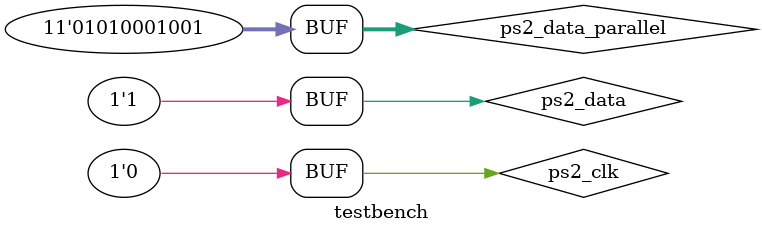
<source format=sv>
`timescale 1s/1ns  

module testbench;
    parameter CLK_FREQ = 10e3;
    parameter CLK_PERIOD = 1/CLK_FREQ;
    parameter CLK_HALF_PERIOD = CLK_PERIOD/2;

    logic ps2_clk, ps2_data;
    logic[0:10] ps2_data_parallel = {1'b0, 8'hA2, 2'b01};
    logic[7:0] data;

    ps2_keyboard ps2_keyboard_i0(
        ps2_clk, ps2_data,
        data
    );
  
    initial begin
        ps2_clk = 1; ps2_data = 1;
        #(5*CLK_PERIOD);

        for(int i = 0; i < 11; i++) begin
            ps2_data = ps2_data_parallel[i];
            ps2_clk = 1;
        	#CLK_HALF_PERIOD;
            ps2_clk = 0;
            #CLK_HALF_PERIOD; 
        end

        #(5*CLK_PERIOD);

    end 	

endmodule
</source>
